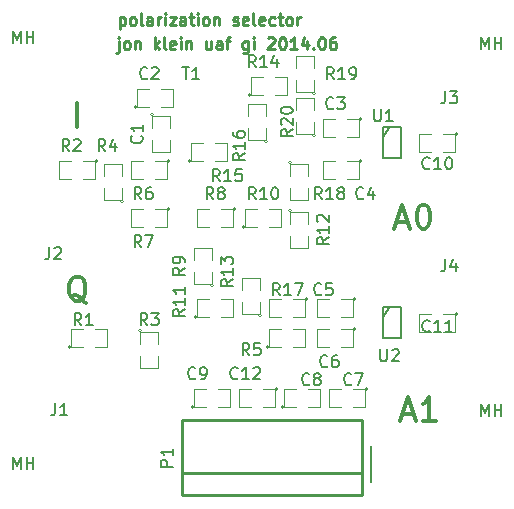
<source format=gto>
%FSLAX34Y34*%
G04 Gerber Fmt 3.4, Leading zero omitted, Abs format*
G04 (created by PCBNEW (2014-03-19 BZR 4756)-product) date Mon Jun 30 13:49:00 2014*
%MOIN*%
G01*
G70*
G90*
G04 APERTURE LIST*
%ADD10C,0.005906*%
%ADD11C,0.007874*%
%ADD12C,0.009843*%
%ADD13C,0.011811*%
%ADD14C,0.003900*%
%ADD15C,0.010000*%
%ADD16C,0.005000*%
G04 APERTURE END LIST*
G54D10*
G54D11*
X63800Y-46600D02*
X63800Y-47800D01*
G54D12*
X55409Y-32315D02*
X55409Y-32709D01*
X55409Y-32334D02*
X55447Y-32315D01*
X55522Y-32315D01*
X55559Y-32334D01*
X55578Y-32353D01*
X55597Y-32390D01*
X55597Y-32503D01*
X55578Y-32540D01*
X55559Y-32559D01*
X55522Y-32578D01*
X55447Y-32578D01*
X55409Y-32559D01*
X55822Y-32578D02*
X55784Y-32559D01*
X55765Y-32540D01*
X55747Y-32503D01*
X55747Y-32390D01*
X55765Y-32353D01*
X55784Y-32334D01*
X55822Y-32315D01*
X55878Y-32315D01*
X55915Y-32334D01*
X55934Y-32353D01*
X55953Y-32390D01*
X55953Y-32503D01*
X55934Y-32540D01*
X55915Y-32559D01*
X55878Y-32578D01*
X55822Y-32578D01*
X56178Y-32578D02*
X56140Y-32559D01*
X56122Y-32521D01*
X56122Y-32184D01*
X56497Y-32578D02*
X56497Y-32371D01*
X56478Y-32334D01*
X56440Y-32315D01*
X56365Y-32315D01*
X56328Y-32334D01*
X56497Y-32559D02*
X56459Y-32578D01*
X56365Y-32578D01*
X56328Y-32559D01*
X56309Y-32521D01*
X56309Y-32484D01*
X56328Y-32446D01*
X56365Y-32428D01*
X56459Y-32428D01*
X56497Y-32409D01*
X56684Y-32578D02*
X56684Y-32315D01*
X56684Y-32390D02*
X56703Y-32353D01*
X56722Y-32334D01*
X56759Y-32315D01*
X56797Y-32315D01*
X56928Y-32578D02*
X56928Y-32315D01*
X56928Y-32184D02*
X56909Y-32203D01*
X56928Y-32221D01*
X56947Y-32203D01*
X56928Y-32184D01*
X56928Y-32221D01*
X57078Y-32315D02*
X57284Y-32315D01*
X57078Y-32578D01*
X57284Y-32578D01*
X57603Y-32578D02*
X57603Y-32371D01*
X57584Y-32334D01*
X57546Y-32315D01*
X57471Y-32315D01*
X57434Y-32334D01*
X57603Y-32559D02*
X57565Y-32578D01*
X57471Y-32578D01*
X57434Y-32559D01*
X57415Y-32521D01*
X57415Y-32484D01*
X57434Y-32446D01*
X57471Y-32428D01*
X57565Y-32428D01*
X57603Y-32409D01*
X57734Y-32315D02*
X57884Y-32315D01*
X57790Y-32184D02*
X57790Y-32521D01*
X57809Y-32559D01*
X57846Y-32578D01*
X57884Y-32578D01*
X58015Y-32578D02*
X58015Y-32315D01*
X58015Y-32184D02*
X57996Y-32203D01*
X58015Y-32221D01*
X58034Y-32203D01*
X58015Y-32184D01*
X58015Y-32221D01*
X58259Y-32578D02*
X58221Y-32559D01*
X58203Y-32540D01*
X58184Y-32503D01*
X58184Y-32390D01*
X58203Y-32353D01*
X58221Y-32334D01*
X58259Y-32315D01*
X58315Y-32315D01*
X58353Y-32334D01*
X58371Y-32353D01*
X58390Y-32390D01*
X58390Y-32503D01*
X58371Y-32540D01*
X58353Y-32559D01*
X58315Y-32578D01*
X58259Y-32578D01*
X58559Y-32315D02*
X58559Y-32578D01*
X58559Y-32353D02*
X58578Y-32334D01*
X58615Y-32315D01*
X58671Y-32315D01*
X58709Y-32334D01*
X58728Y-32371D01*
X58728Y-32578D01*
X59196Y-32559D02*
X59234Y-32578D01*
X59309Y-32578D01*
X59346Y-32559D01*
X59365Y-32521D01*
X59365Y-32503D01*
X59346Y-32465D01*
X59309Y-32446D01*
X59253Y-32446D01*
X59215Y-32428D01*
X59196Y-32390D01*
X59196Y-32371D01*
X59215Y-32334D01*
X59253Y-32315D01*
X59309Y-32315D01*
X59346Y-32334D01*
X59684Y-32559D02*
X59646Y-32578D01*
X59571Y-32578D01*
X59534Y-32559D01*
X59515Y-32521D01*
X59515Y-32371D01*
X59534Y-32334D01*
X59571Y-32315D01*
X59646Y-32315D01*
X59684Y-32334D01*
X59702Y-32371D01*
X59702Y-32409D01*
X59515Y-32446D01*
X59927Y-32578D02*
X59890Y-32559D01*
X59871Y-32521D01*
X59871Y-32184D01*
X60227Y-32559D02*
X60190Y-32578D01*
X60115Y-32578D01*
X60077Y-32559D01*
X60059Y-32521D01*
X60059Y-32371D01*
X60077Y-32334D01*
X60115Y-32315D01*
X60190Y-32315D01*
X60227Y-32334D01*
X60246Y-32371D01*
X60246Y-32409D01*
X60059Y-32446D01*
X60584Y-32559D02*
X60546Y-32578D01*
X60471Y-32578D01*
X60434Y-32559D01*
X60415Y-32540D01*
X60396Y-32503D01*
X60396Y-32390D01*
X60415Y-32353D01*
X60434Y-32334D01*
X60471Y-32315D01*
X60546Y-32315D01*
X60584Y-32334D01*
X60696Y-32315D02*
X60846Y-32315D01*
X60752Y-32184D02*
X60752Y-32521D01*
X60771Y-32559D01*
X60809Y-32578D01*
X60846Y-32578D01*
X61034Y-32578D02*
X60996Y-32559D01*
X60977Y-32540D01*
X60959Y-32503D01*
X60959Y-32390D01*
X60977Y-32353D01*
X60996Y-32334D01*
X61034Y-32315D01*
X61090Y-32315D01*
X61127Y-32334D01*
X61146Y-32353D01*
X61165Y-32390D01*
X61165Y-32503D01*
X61146Y-32540D01*
X61127Y-32559D01*
X61090Y-32578D01*
X61034Y-32578D01*
X61334Y-32578D02*
X61334Y-32315D01*
X61334Y-32390D02*
X61352Y-32353D01*
X61371Y-32334D01*
X61408Y-32315D01*
X61446Y-32315D01*
X55381Y-33115D02*
X55381Y-33453D01*
X55362Y-33490D01*
X55325Y-33509D01*
X55306Y-33509D01*
X55381Y-32984D02*
X55362Y-33003D01*
X55381Y-33021D01*
X55400Y-33003D01*
X55381Y-32984D01*
X55381Y-33021D01*
X55625Y-33378D02*
X55587Y-33359D01*
X55569Y-33340D01*
X55550Y-33303D01*
X55550Y-33190D01*
X55569Y-33153D01*
X55587Y-33134D01*
X55625Y-33115D01*
X55681Y-33115D01*
X55719Y-33134D01*
X55737Y-33153D01*
X55756Y-33190D01*
X55756Y-33303D01*
X55737Y-33340D01*
X55719Y-33359D01*
X55681Y-33378D01*
X55625Y-33378D01*
X55925Y-33115D02*
X55925Y-33378D01*
X55925Y-33153D02*
X55944Y-33134D01*
X55981Y-33115D01*
X56037Y-33115D01*
X56075Y-33134D01*
X56094Y-33171D01*
X56094Y-33378D01*
X56581Y-33378D02*
X56581Y-32984D01*
X56619Y-33228D02*
X56731Y-33378D01*
X56731Y-33115D02*
X56581Y-33265D01*
X56956Y-33378D02*
X56919Y-33359D01*
X56900Y-33321D01*
X56900Y-32984D01*
X57256Y-33359D02*
X57218Y-33378D01*
X57143Y-33378D01*
X57106Y-33359D01*
X57087Y-33321D01*
X57087Y-33171D01*
X57106Y-33134D01*
X57143Y-33115D01*
X57218Y-33115D01*
X57256Y-33134D01*
X57275Y-33171D01*
X57275Y-33209D01*
X57087Y-33246D01*
X57443Y-33378D02*
X57443Y-33115D01*
X57443Y-32984D02*
X57425Y-33003D01*
X57443Y-33021D01*
X57462Y-33003D01*
X57443Y-32984D01*
X57443Y-33021D01*
X57631Y-33115D02*
X57631Y-33378D01*
X57631Y-33153D02*
X57650Y-33134D01*
X57687Y-33115D01*
X57743Y-33115D01*
X57781Y-33134D01*
X57800Y-33171D01*
X57800Y-33378D01*
X58456Y-33115D02*
X58456Y-33378D01*
X58287Y-33115D02*
X58287Y-33321D01*
X58306Y-33359D01*
X58343Y-33378D01*
X58400Y-33378D01*
X58437Y-33359D01*
X58456Y-33340D01*
X58812Y-33378D02*
X58812Y-33171D01*
X58793Y-33134D01*
X58756Y-33115D01*
X58681Y-33115D01*
X58643Y-33134D01*
X58812Y-33359D02*
X58775Y-33378D01*
X58681Y-33378D01*
X58643Y-33359D01*
X58625Y-33321D01*
X58625Y-33284D01*
X58643Y-33246D01*
X58681Y-33228D01*
X58775Y-33228D01*
X58812Y-33209D01*
X58943Y-33115D02*
X59093Y-33115D01*
X59000Y-33378D02*
X59000Y-33040D01*
X59018Y-33003D01*
X59056Y-32984D01*
X59093Y-32984D01*
X59693Y-33115D02*
X59693Y-33434D01*
X59674Y-33471D01*
X59656Y-33490D01*
X59618Y-33509D01*
X59562Y-33509D01*
X59524Y-33490D01*
X59693Y-33359D02*
X59656Y-33378D01*
X59581Y-33378D01*
X59543Y-33359D01*
X59524Y-33340D01*
X59506Y-33303D01*
X59506Y-33190D01*
X59524Y-33153D01*
X59543Y-33134D01*
X59581Y-33115D01*
X59656Y-33115D01*
X59693Y-33134D01*
X59881Y-33378D02*
X59881Y-33115D01*
X59881Y-32984D02*
X59862Y-33003D01*
X59881Y-33021D01*
X59899Y-33003D01*
X59881Y-32984D01*
X59881Y-33021D01*
X60349Y-33021D02*
X60368Y-33003D01*
X60406Y-32984D01*
X60499Y-32984D01*
X60537Y-33003D01*
X60556Y-33021D01*
X60574Y-33059D01*
X60574Y-33096D01*
X60556Y-33153D01*
X60331Y-33378D01*
X60574Y-33378D01*
X60818Y-32984D02*
X60856Y-32984D01*
X60893Y-33003D01*
X60912Y-33021D01*
X60931Y-33059D01*
X60949Y-33134D01*
X60949Y-33228D01*
X60931Y-33303D01*
X60912Y-33340D01*
X60893Y-33359D01*
X60856Y-33378D01*
X60818Y-33378D01*
X60781Y-33359D01*
X60762Y-33340D01*
X60743Y-33303D01*
X60724Y-33228D01*
X60724Y-33134D01*
X60743Y-33059D01*
X60762Y-33021D01*
X60781Y-33003D01*
X60818Y-32984D01*
X61324Y-33378D02*
X61099Y-33378D01*
X61212Y-33378D02*
X61212Y-32984D01*
X61174Y-33040D01*
X61137Y-33078D01*
X61099Y-33096D01*
X61662Y-33115D02*
X61662Y-33378D01*
X61568Y-32965D02*
X61474Y-33246D01*
X61718Y-33246D01*
X61868Y-33340D02*
X61887Y-33359D01*
X61868Y-33378D01*
X61849Y-33359D01*
X61868Y-33340D01*
X61868Y-33378D01*
X62130Y-32984D02*
X62168Y-32984D01*
X62205Y-33003D01*
X62224Y-33021D01*
X62243Y-33059D01*
X62262Y-33134D01*
X62262Y-33228D01*
X62243Y-33303D01*
X62224Y-33340D01*
X62205Y-33359D01*
X62168Y-33378D01*
X62130Y-33378D01*
X62093Y-33359D01*
X62074Y-33340D01*
X62055Y-33303D01*
X62037Y-33228D01*
X62037Y-33134D01*
X62055Y-33059D01*
X62074Y-33021D01*
X62093Y-33003D01*
X62130Y-32984D01*
X62599Y-32984D02*
X62524Y-32984D01*
X62487Y-33003D01*
X62468Y-33021D01*
X62430Y-33078D01*
X62412Y-33153D01*
X62412Y-33303D01*
X62430Y-33340D01*
X62449Y-33359D01*
X62487Y-33378D01*
X62562Y-33378D01*
X62599Y-33359D01*
X62618Y-33340D01*
X62637Y-33303D01*
X62637Y-33209D01*
X62618Y-33171D01*
X62599Y-33153D01*
X62562Y-33134D01*
X62487Y-33134D01*
X62449Y-33153D01*
X62430Y-33171D01*
X62412Y-33209D01*
G54D13*
X64637Y-39131D02*
X65012Y-39131D01*
X64562Y-39356D02*
X64825Y-38568D01*
X65087Y-39356D01*
X65499Y-38568D02*
X65574Y-38568D01*
X65649Y-38606D01*
X65687Y-38643D01*
X65724Y-38718D01*
X65762Y-38868D01*
X65762Y-39056D01*
X65724Y-39206D01*
X65687Y-39281D01*
X65649Y-39318D01*
X65574Y-39356D01*
X65499Y-39356D01*
X65424Y-39318D01*
X65387Y-39281D01*
X65349Y-39206D01*
X65312Y-39056D01*
X65312Y-38868D01*
X65349Y-38718D01*
X65387Y-38643D01*
X65424Y-38606D01*
X65499Y-38568D01*
X64837Y-45531D02*
X65212Y-45531D01*
X64762Y-45756D02*
X65025Y-44968D01*
X65287Y-45756D01*
X65962Y-45756D02*
X65512Y-45756D01*
X65737Y-45756D02*
X65737Y-44968D01*
X65662Y-45081D01*
X65587Y-45156D01*
X65512Y-45193D01*
X54299Y-41831D02*
X54224Y-41793D01*
X54149Y-41718D01*
X54037Y-41606D01*
X53962Y-41568D01*
X53887Y-41568D01*
X53925Y-41756D02*
X53850Y-41718D01*
X53775Y-41643D01*
X53737Y-41493D01*
X53737Y-41231D01*
X53775Y-41081D01*
X53850Y-41006D01*
X53925Y-40968D01*
X54074Y-40968D01*
X54149Y-41006D01*
X54224Y-41081D01*
X54262Y-41231D01*
X54262Y-41493D01*
X54224Y-41643D01*
X54149Y-41718D01*
X54074Y-41756D01*
X53925Y-41756D01*
X54000Y-35956D02*
X54000Y-35168D01*
G54D14*
X56550Y-35550D02*
G75*
G03X56550Y-35550I-50J0D01*
G74*
G01*
X56500Y-36000D02*
X56500Y-35600D01*
X56500Y-35600D02*
X57100Y-35600D01*
X57100Y-35600D02*
X57100Y-36000D01*
X57100Y-36400D02*
X57100Y-36800D01*
X57100Y-36800D02*
X56500Y-36800D01*
X56500Y-36800D02*
X56500Y-36400D01*
X56000Y-35300D02*
G75*
G03X56000Y-35300I-50J0D01*
G74*
G01*
X56400Y-35300D02*
X56000Y-35300D01*
X56000Y-35300D02*
X56000Y-34700D01*
X56000Y-34700D02*
X56400Y-34700D01*
X56800Y-34700D02*
X57200Y-34700D01*
X57200Y-34700D02*
X57200Y-35300D01*
X57200Y-35300D02*
X56800Y-35300D01*
X63500Y-35700D02*
G75*
G03X63500Y-35700I-50J0D01*
G74*
G01*
X63000Y-35700D02*
X63400Y-35700D01*
X63400Y-35700D02*
X63400Y-36300D01*
X63400Y-36300D02*
X63000Y-36300D01*
X62600Y-36300D02*
X62200Y-36300D01*
X62200Y-36300D02*
X62200Y-35700D01*
X62200Y-35700D02*
X62600Y-35700D01*
X63500Y-37100D02*
G75*
G03X63500Y-37100I-50J0D01*
G74*
G01*
X63000Y-37100D02*
X63400Y-37100D01*
X63400Y-37100D02*
X63400Y-37700D01*
X63400Y-37700D02*
X63000Y-37700D01*
X62600Y-37700D02*
X62200Y-37700D01*
X62200Y-37700D02*
X62200Y-37100D01*
X62200Y-37100D02*
X62600Y-37100D01*
X63300Y-41700D02*
G75*
G03X63300Y-41700I-50J0D01*
G74*
G01*
X62800Y-41700D02*
X63200Y-41700D01*
X63200Y-41700D02*
X63200Y-42300D01*
X63200Y-42300D02*
X62800Y-42300D01*
X62400Y-42300D02*
X62000Y-42300D01*
X62000Y-42300D02*
X62000Y-41700D01*
X62000Y-41700D02*
X62400Y-41700D01*
X63300Y-42700D02*
G75*
G03X63300Y-42700I-50J0D01*
G74*
G01*
X62800Y-42700D02*
X63200Y-42700D01*
X63200Y-42700D02*
X63200Y-43300D01*
X63200Y-43300D02*
X62800Y-43300D01*
X62400Y-43300D02*
X62000Y-43300D01*
X62000Y-43300D02*
X62000Y-42700D01*
X62000Y-42700D02*
X62400Y-42700D01*
X63700Y-44700D02*
G75*
G03X63700Y-44700I-50J0D01*
G74*
G01*
X63200Y-44700D02*
X63600Y-44700D01*
X63600Y-44700D02*
X63600Y-45300D01*
X63600Y-45300D02*
X63200Y-45300D01*
X62800Y-45300D02*
X62400Y-45300D01*
X62400Y-45300D02*
X62400Y-44700D01*
X62400Y-44700D02*
X62800Y-44700D01*
X60900Y-45300D02*
G75*
G03X60900Y-45300I-50J0D01*
G74*
G01*
X61300Y-45300D02*
X60900Y-45300D01*
X60900Y-45300D02*
X60900Y-44700D01*
X60900Y-44700D02*
X61300Y-44700D01*
X61700Y-44700D02*
X62100Y-44700D01*
X62100Y-44700D02*
X62100Y-45300D01*
X62100Y-45300D02*
X61700Y-45300D01*
X57900Y-45300D02*
G75*
G03X57900Y-45300I-50J0D01*
G74*
G01*
X58300Y-45300D02*
X57900Y-45300D01*
X57900Y-45300D02*
X57900Y-44700D01*
X57900Y-44700D02*
X58300Y-44700D01*
X58700Y-44700D02*
X59100Y-44700D01*
X59100Y-44700D02*
X59100Y-45300D01*
X59100Y-45300D02*
X58700Y-45300D01*
X66700Y-36200D02*
G75*
G03X66700Y-36200I-50J0D01*
G74*
G01*
X66200Y-36200D02*
X66600Y-36200D01*
X66600Y-36200D02*
X66600Y-36800D01*
X66600Y-36800D02*
X66200Y-36800D01*
X65800Y-36800D02*
X65400Y-36800D01*
X65400Y-36800D02*
X65400Y-36200D01*
X65400Y-36200D02*
X65800Y-36200D01*
X66700Y-42200D02*
G75*
G03X66700Y-42200I-50J0D01*
G74*
G01*
X66200Y-42200D02*
X66600Y-42200D01*
X66600Y-42200D02*
X66600Y-42800D01*
X66600Y-42800D02*
X66200Y-42800D01*
X65800Y-42800D02*
X65400Y-42800D01*
X65400Y-42800D02*
X65400Y-42200D01*
X65400Y-42200D02*
X65800Y-42200D01*
X60700Y-44700D02*
G75*
G03X60700Y-44700I-50J0D01*
G74*
G01*
X60200Y-44700D02*
X60600Y-44700D01*
X60600Y-44700D02*
X60600Y-45300D01*
X60600Y-45300D02*
X60200Y-45300D01*
X59800Y-45300D02*
X59400Y-45300D01*
X59400Y-45300D02*
X59400Y-44700D01*
X59400Y-44700D02*
X59800Y-44700D01*
G54D15*
X60500Y-45750D02*
X57500Y-45750D01*
X60500Y-47500D02*
X57500Y-47500D01*
X60500Y-48250D02*
X57500Y-48250D01*
X63500Y-48250D02*
X63500Y-45750D01*
X57500Y-48250D02*
X57500Y-45750D01*
X60500Y-47500D02*
X63500Y-47500D01*
X63500Y-48250D02*
X60500Y-48250D01*
X60500Y-45750D02*
X63500Y-45750D01*
G54D14*
X53800Y-43300D02*
G75*
G03X53800Y-43300I-50J0D01*
G74*
G01*
X54200Y-43300D02*
X53800Y-43300D01*
X53800Y-43300D02*
X53800Y-42700D01*
X53800Y-42700D02*
X54200Y-42700D01*
X54600Y-42700D02*
X55000Y-42700D01*
X55000Y-42700D02*
X55000Y-43300D01*
X55000Y-43300D02*
X54600Y-43300D01*
X54700Y-37100D02*
G75*
G03X54700Y-37100I-50J0D01*
G74*
G01*
X54200Y-37100D02*
X54600Y-37100D01*
X54600Y-37100D02*
X54600Y-37700D01*
X54600Y-37700D02*
X54200Y-37700D01*
X53800Y-37700D02*
X53400Y-37700D01*
X53400Y-37700D02*
X53400Y-37100D01*
X53400Y-37100D02*
X53800Y-37100D01*
X56150Y-42750D02*
G75*
G03X56150Y-42750I-50J0D01*
G74*
G01*
X56100Y-43200D02*
X56100Y-42800D01*
X56100Y-42800D02*
X56700Y-42800D01*
X56700Y-42800D02*
X56700Y-43200D01*
X56700Y-43600D02*
X56700Y-44000D01*
X56700Y-44000D02*
X56100Y-44000D01*
X56100Y-44000D02*
X56100Y-43600D01*
X55550Y-38450D02*
G75*
G03X55550Y-38450I-50J0D01*
G74*
G01*
X55500Y-38000D02*
X55500Y-38400D01*
X55500Y-38400D02*
X54900Y-38400D01*
X54900Y-38400D02*
X54900Y-38000D01*
X54900Y-37600D02*
X54900Y-37200D01*
X54900Y-37200D02*
X55500Y-37200D01*
X55500Y-37200D02*
X55500Y-37600D01*
X60400Y-43300D02*
G75*
G03X60400Y-43300I-50J0D01*
G74*
G01*
X60800Y-43300D02*
X60400Y-43300D01*
X60400Y-43300D02*
X60400Y-42700D01*
X60400Y-42700D02*
X60800Y-42700D01*
X61200Y-42700D02*
X61600Y-42700D01*
X61600Y-42700D02*
X61600Y-43300D01*
X61600Y-43300D02*
X61200Y-43300D01*
X57100Y-37100D02*
G75*
G03X57100Y-37100I-50J0D01*
G74*
G01*
X56600Y-37100D02*
X57000Y-37100D01*
X57000Y-37100D02*
X57000Y-37700D01*
X57000Y-37700D02*
X56600Y-37700D01*
X56200Y-37700D02*
X55800Y-37700D01*
X55800Y-37700D02*
X55800Y-37100D01*
X55800Y-37100D02*
X56200Y-37100D01*
X57100Y-38700D02*
G75*
G03X57100Y-38700I-50J0D01*
G74*
G01*
X56600Y-38700D02*
X57000Y-38700D01*
X57000Y-38700D02*
X57000Y-39300D01*
X57000Y-39300D02*
X56600Y-39300D01*
X56200Y-39300D02*
X55800Y-39300D01*
X55800Y-39300D02*
X55800Y-38700D01*
X55800Y-38700D02*
X56200Y-38700D01*
X59300Y-38700D02*
G75*
G03X59300Y-38700I-50J0D01*
G74*
G01*
X58800Y-38700D02*
X59200Y-38700D01*
X59200Y-38700D02*
X59200Y-39300D01*
X59200Y-39300D02*
X58800Y-39300D01*
X58400Y-39300D02*
X58000Y-39300D01*
X58000Y-39300D02*
X58000Y-38700D01*
X58000Y-38700D02*
X58400Y-38700D01*
X58550Y-41250D02*
G75*
G03X58550Y-41250I-50J0D01*
G74*
G01*
X58500Y-40800D02*
X58500Y-41200D01*
X58500Y-41200D02*
X57900Y-41200D01*
X57900Y-41200D02*
X57900Y-40800D01*
X57900Y-40400D02*
X57900Y-40000D01*
X57900Y-40000D02*
X58500Y-40000D01*
X58500Y-40000D02*
X58500Y-40400D01*
X59600Y-39300D02*
G75*
G03X59600Y-39300I-50J0D01*
G74*
G01*
X60000Y-39300D02*
X59600Y-39300D01*
X59600Y-39300D02*
X59600Y-38700D01*
X59600Y-38700D02*
X60000Y-38700D01*
X60400Y-38700D02*
X60800Y-38700D01*
X60800Y-38700D02*
X60800Y-39300D01*
X60800Y-39300D02*
X60400Y-39300D01*
X58000Y-42300D02*
G75*
G03X58000Y-42300I-50J0D01*
G74*
G01*
X58400Y-42300D02*
X58000Y-42300D01*
X58000Y-42300D02*
X58000Y-41700D01*
X58000Y-41700D02*
X58400Y-41700D01*
X58800Y-41700D02*
X59200Y-41700D01*
X59200Y-41700D02*
X59200Y-42300D01*
X59200Y-42300D02*
X58800Y-42300D01*
X61150Y-38750D02*
G75*
G03X61150Y-38750I-50J0D01*
G74*
G01*
X61100Y-39200D02*
X61100Y-38800D01*
X61100Y-38800D02*
X61700Y-38800D01*
X61700Y-38800D02*
X61700Y-39200D01*
X61700Y-39600D02*
X61700Y-40000D01*
X61700Y-40000D02*
X61100Y-40000D01*
X61100Y-40000D02*
X61100Y-39600D01*
X60150Y-42250D02*
G75*
G03X60150Y-42250I-50J0D01*
G74*
G01*
X60100Y-41800D02*
X60100Y-42200D01*
X60100Y-42200D02*
X59500Y-42200D01*
X59500Y-42200D02*
X59500Y-41800D01*
X59500Y-41400D02*
X59500Y-41000D01*
X59500Y-41000D02*
X60100Y-41000D01*
X60100Y-41000D02*
X60100Y-41400D01*
X59800Y-34900D02*
G75*
G03X59800Y-34900I-50J0D01*
G74*
G01*
X60200Y-34900D02*
X59800Y-34900D01*
X59800Y-34900D02*
X59800Y-34300D01*
X59800Y-34300D02*
X60200Y-34300D01*
X60600Y-34300D02*
X61000Y-34300D01*
X61000Y-34300D02*
X61000Y-34900D01*
X61000Y-34900D02*
X60600Y-34900D01*
X57800Y-37100D02*
G75*
G03X57800Y-37100I-50J0D01*
G74*
G01*
X58200Y-37100D02*
X57800Y-37100D01*
X57800Y-37100D02*
X57800Y-36500D01*
X57800Y-36500D02*
X58200Y-36500D01*
X58600Y-36500D02*
X59000Y-36500D01*
X59000Y-36500D02*
X59000Y-37100D01*
X59000Y-37100D02*
X58600Y-37100D01*
X60350Y-36450D02*
G75*
G03X60350Y-36450I-50J0D01*
G74*
G01*
X60300Y-36000D02*
X60300Y-36400D01*
X60300Y-36400D02*
X59700Y-36400D01*
X59700Y-36400D02*
X59700Y-36000D01*
X59700Y-35600D02*
X59700Y-35200D01*
X59700Y-35200D02*
X60300Y-35200D01*
X60300Y-35200D02*
X60300Y-35600D01*
X61700Y-41700D02*
G75*
G03X61700Y-41700I-50J0D01*
G74*
G01*
X61200Y-41700D02*
X61600Y-41700D01*
X61600Y-41700D02*
X61600Y-42300D01*
X61600Y-42300D02*
X61200Y-42300D01*
X60800Y-42300D02*
X60400Y-42300D01*
X60400Y-42300D02*
X60400Y-41700D01*
X60400Y-41700D02*
X60800Y-41700D01*
X61150Y-37150D02*
G75*
G03X61150Y-37150I-50J0D01*
G74*
G01*
X61100Y-37600D02*
X61100Y-37200D01*
X61100Y-37200D02*
X61700Y-37200D01*
X61700Y-37200D02*
X61700Y-37600D01*
X61700Y-38000D02*
X61700Y-38400D01*
X61700Y-38400D02*
X61100Y-38400D01*
X61100Y-38400D02*
X61100Y-38000D01*
X61950Y-34850D02*
G75*
G03X61950Y-34850I-50J0D01*
G74*
G01*
X61900Y-34400D02*
X61900Y-34800D01*
X61900Y-34800D02*
X61300Y-34800D01*
X61300Y-34800D02*
X61300Y-34400D01*
X61300Y-34000D02*
X61300Y-33600D01*
X61300Y-33600D02*
X61900Y-33600D01*
X61900Y-33600D02*
X61900Y-34000D01*
X61950Y-36250D02*
G75*
G03X61950Y-36250I-50J0D01*
G74*
G01*
X61900Y-35800D02*
X61900Y-36200D01*
X61900Y-36200D02*
X61300Y-36200D01*
X61300Y-36200D02*
X61300Y-35800D01*
X61300Y-35400D02*
X61300Y-35000D01*
X61300Y-35000D02*
X61900Y-35000D01*
X61900Y-35000D02*
X61900Y-35400D01*
G54D16*
X64200Y-36300D02*
X64400Y-36000D01*
X64200Y-37000D02*
X64200Y-35975D01*
X64200Y-35975D02*
X64800Y-35975D01*
X64800Y-35975D02*
X64800Y-37000D01*
X64800Y-37000D02*
X64200Y-37000D01*
X64200Y-42300D02*
X64400Y-42000D01*
X64200Y-43000D02*
X64200Y-41975D01*
X64200Y-41975D02*
X64800Y-41975D01*
X64800Y-41975D02*
X64800Y-43000D01*
X64800Y-43000D02*
X64200Y-43000D01*
G54D10*
X56140Y-36265D02*
X56159Y-36284D01*
X56178Y-36340D01*
X56178Y-36378D01*
X56159Y-36434D01*
X56121Y-36471D01*
X56084Y-36490D01*
X56009Y-36509D01*
X55953Y-36509D01*
X55878Y-36490D01*
X55840Y-36471D01*
X55803Y-36434D01*
X55784Y-36378D01*
X55784Y-36340D01*
X55803Y-36284D01*
X55821Y-36265D01*
X56178Y-35890D02*
X56178Y-36115D01*
X56178Y-36003D02*
X55784Y-36003D01*
X55840Y-36040D01*
X55878Y-36078D01*
X55896Y-36115D01*
X56334Y-34340D02*
X56315Y-34359D01*
X56259Y-34378D01*
X56221Y-34378D01*
X56165Y-34359D01*
X56128Y-34321D01*
X56109Y-34284D01*
X56090Y-34209D01*
X56090Y-34153D01*
X56109Y-34078D01*
X56128Y-34040D01*
X56165Y-34003D01*
X56221Y-33984D01*
X56259Y-33984D01*
X56315Y-34003D01*
X56334Y-34021D01*
X56484Y-34021D02*
X56503Y-34003D01*
X56540Y-33984D01*
X56634Y-33984D01*
X56671Y-34003D01*
X56690Y-34021D01*
X56709Y-34059D01*
X56709Y-34096D01*
X56690Y-34153D01*
X56465Y-34378D01*
X56709Y-34378D01*
X62534Y-35340D02*
X62515Y-35359D01*
X62459Y-35378D01*
X62421Y-35378D01*
X62365Y-35359D01*
X62328Y-35321D01*
X62309Y-35284D01*
X62290Y-35209D01*
X62290Y-35153D01*
X62309Y-35078D01*
X62328Y-35040D01*
X62365Y-35003D01*
X62421Y-34984D01*
X62459Y-34984D01*
X62515Y-35003D01*
X62534Y-35021D01*
X62665Y-34984D02*
X62909Y-34984D01*
X62778Y-35134D01*
X62834Y-35134D01*
X62871Y-35153D01*
X62890Y-35171D01*
X62909Y-35209D01*
X62909Y-35303D01*
X62890Y-35340D01*
X62871Y-35359D01*
X62834Y-35378D01*
X62721Y-35378D01*
X62684Y-35359D01*
X62665Y-35340D01*
X63534Y-38340D02*
X63515Y-38359D01*
X63459Y-38378D01*
X63421Y-38378D01*
X63365Y-38359D01*
X63328Y-38321D01*
X63309Y-38284D01*
X63290Y-38209D01*
X63290Y-38153D01*
X63309Y-38078D01*
X63328Y-38040D01*
X63365Y-38003D01*
X63421Y-37984D01*
X63459Y-37984D01*
X63515Y-38003D01*
X63534Y-38021D01*
X63871Y-38115D02*
X63871Y-38378D01*
X63778Y-37965D02*
X63684Y-38246D01*
X63928Y-38246D01*
X62134Y-41540D02*
X62115Y-41559D01*
X62059Y-41578D01*
X62021Y-41578D01*
X61965Y-41559D01*
X61928Y-41521D01*
X61909Y-41484D01*
X61890Y-41409D01*
X61890Y-41353D01*
X61909Y-41278D01*
X61928Y-41240D01*
X61965Y-41203D01*
X62021Y-41184D01*
X62059Y-41184D01*
X62115Y-41203D01*
X62134Y-41221D01*
X62490Y-41184D02*
X62303Y-41184D01*
X62284Y-41371D01*
X62303Y-41353D01*
X62340Y-41334D01*
X62434Y-41334D01*
X62471Y-41353D01*
X62490Y-41371D01*
X62509Y-41409D01*
X62509Y-41503D01*
X62490Y-41540D01*
X62471Y-41559D01*
X62434Y-41578D01*
X62340Y-41578D01*
X62303Y-41559D01*
X62284Y-41540D01*
X62334Y-43940D02*
X62315Y-43959D01*
X62259Y-43978D01*
X62221Y-43978D01*
X62165Y-43959D01*
X62128Y-43921D01*
X62109Y-43884D01*
X62090Y-43809D01*
X62090Y-43753D01*
X62109Y-43678D01*
X62128Y-43640D01*
X62165Y-43603D01*
X62221Y-43584D01*
X62259Y-43584D01*
X62315Y-43603D01*
X62334Y-43621D01*
X62671Y-43584D02*
X62596Y-43584D01*
X62559Y-43603D01*
X62540Y-43621D01*
X62503Y-43678D01*
X62484Y-43753D01*
X62484Y-43903D01*
X62503Y-43940D01*
X62521Y-43959D01*
X62559Y-43978D01*
X62634Y-43978D01*
X62671Y-43959D01*
X62690Y-43940D01*
X62709Y-43903D01*
X62709Y-43809D01*
X62690Y-43771D01*
X62671Y-43753D01*
X62634Y-43734D01*
X62559Y-43734D01*
X62521Y-43753D01*
X62503Y-43771D01*
X62484Y-43809D01*
X63134Y-44540D02*
X63115Y-44559D01*
X63059Y-44578D01*
X63021Y-44578D01*
X62965Y-44559D01*
X62928Y-44521D01*
X62909Y-44484D01*
X62890Y-44409D01*
X62890Y-44353D01*
X62909Y-44278D01*
X62928Y-44240D01*
X62965Y-44203D01*
X63021Y-44184D01*
X63059Y-44184D01*
X63115Y-44203D01*
X63134Y-44221D01*
X63265Y-44184D02*
X63528Y-44184D01*
X63359Y-44578D01*
X61734Y-44540D02*
X61715Y-44559D01*
X61659Y-44578D01*
X61621Y-44578D01*
X61565Y-44559D01*
X61528Y-44521D01*
X61509Y-44484D01*
X61490Y-44409D01*
X61490Y-44353D01*
X61509Y-44278D01*
X61528Y-44240D01*
X61565Y-44203D01*
X61621Y-44184D01*
X61659Y-44184D01*
X61715Y-44203D01*
X61734Y-44221D01*
X61959Y-44353D02*
X61921Y-44334D01*
X61903Y-44315D01*
X61884Y-44278D01*
X61884Y-44259D01*
X61903Y-44221D01*
X61921Y-44203D01*
X61959Y-44184D01*
X62034Y-44184D01*
X62071Y-44203D01*
X62090Y-44221D01*
X62109Y-44259D01*
X62109Y-44278D01*
X62090Y-44315D01*
X62071Y-44334D01*
X62034Y-44353D01*
X61959Y-44353D01*
X61921Y-44371D01*
X61903Y-44390D01*
X61884Y-44428D01*
X61884Y-44503D01*
X61903Y-44540D01*
X61921Y-44559D01*
X61959Y-44578D01*
X62034Y-44578D01*
X62071Y-44559D01*
X62090Y-44540D01*
X62109Y-44503D01*
X62109Y-44428D01*
X62090Y-44390D01*
X62071Y-44371D01*
X62034Y-44353D01*
X57934Y-44340D02*
X57915Y-44359D01*
X57859Y-44378D01*
X57821Y-44378D01*
X57765Y-44359D01*
X57728Y-44321D01*
X57709Y-44284D01*
X57690Y-44209D01*
X57690Y-44153D01*
X57709Y-44078D01*
X57728Y-44040D01*
X57765Y-44003D01*
X57821Y-43984D01*
X57859Y-43984D01*
X57915Y-44003D01*
X57934Y-44021D01*
X58121Y-44378D02*
X58196Y-44378D01*
X58234Y-44359D01*
X58253Y-44340D01*
X58290Y-44284D01*
X58309Y-44209D01*
X58309Y-44059D01*
X58290Y-44021D01*
X58271Y-44003D01*
X58234Y-43984D01*
X58159Y-43984D01*
X58121Y-44003D01*
X58103Y-44021D01*
X58084Y-44059D01*
X58084Y-44153D01*
X58103Y-44190D01*
X58121Y-44209D01*
X58159Y-44228D01*
X58234Y-44228D01*
X58271Y-44209D01*
X58290Y-44190D01*
X58309Y-44153D01*
X65746Y-37340D02*
X65728Y-37359D01*
X65671Y-37378D01*
X65634Y-37378D01*
X65578Y-37359D01*
X65540Y-37321D01*
X65521Y-37284D01*
X65503Y-37209D01*
X65503Y-37153D01*
X65521Y-37078D01*
X65540Y-37040D01*
X65578Y-37003D01*
X65634Y-36984D01*
X65671Y-36984D01*
X65728Y-37003D01*
X65746Y-37021D01*
X66121Y-37378D02*
X65896Y-37378D01*
X66009Y-37378D02*
X66009Y-36984D01*
X65971Y-37040D01*
X65934Y-37078D01*
X65896Y-37096D01*
X66365Y-36984D02*
X66403Y-36984D01*
X66440Y-37003D01*
X66459Y-37021D01*
X66478Y-37059D01*
X66496Y-37134D01*
X66496Y-37228D01*
X66478Y-37303D01*
X66459Y-37340D01*
X66440Y-37359D01*
X66403Y-37378D01*
X66365Y-37378D01*
X66328Y-37359D01*
X66309Y-37340D01*
X66290Y-37303D01*
X66271Y-37228D01*
X66271Y-37134D01*
X66290Y-37059D01*
X66309Y-37021D01*
X66328Y-37003D01*
X66365Y-36984D01*
X65746Y-42765D02*
X65728Y-42784D01*
X65671Y-42803D01*
X65634Y-42803D01*
X65578Y-42784D01*
X65540Y-42746D01*
X65521Y-42709D01*
X65503Y-42634D01*
X65503Y-42578D01*
X65521Y-42503D01*
X65540Y-42465D01*
X65578Y-42428D01*
X65634Y-42409D01*
X65671Y-42409D01*
X65728Y-42428D01*
X65746Y-42446D01*
X66121Y-42803D02*
X65896Y-42803D01*
X66009Y-42803D02*
X66009Y-42409D01*
X65971Y-42465D01*
X65934Y-42503D01*
X65896Y-42521D01*
X66496Y-42803D02*
X66271Y-42803D01*
X66384Y-42803D02*
X66384Y-42409D01*
X66346Y-42465D01*
X66309Y-42503D01*
X66271Y-42521D01*
X59346Y-44340D02*
X59328Y-44359D01*
X59271Y-44378D01*
X59234Y-44378D01*
X59178Y-44359D01*
X59140Y-44321D01*
X59121Y-44284D01*
X59103Y-44209D01*
X59103Y-44153D01*
X59121Y-44078D01*
X59140Y-44040D01*
X59178Y-44003D01*
X59234Y-43984D01*
X59271Y-43984D01*
X59328Y-44003D01*
X59346Y-44021D01*
X59721Y-44378D02*
X59496Y-44378D01*
X59609Y-44378D02*
X59609Y-43984D01*
X59571Y-44040D01*
X59534Y-44078D01*
X59496Y-44096D01*
X59871Y-44021D02*
X59890Y-44003D01*
X59928Y-43984D01*
X60021Y-43984D01*
X60059Y-44003D01*
X60078Y-44021D01*
X60096Y-44059D01*
X60096Y-44096D01*
X60078Y-44153D01*
X59853Y-44378D01*
X60096Y-44378D01*
X53268Y-45184D02*
X53268Y-45465D01*
X53250Y-45521D01*
X53212Y-45559D01*
X53156Y-45578D01*
X53118Y-45578D01*
X53662Y-45578D02*
X53437Y-45578D01*
X53549Y-45578D02*
X53549Y-45184D01*
X53512Y-45240D01*
X53474Y-45278D01*
X53437Y-45296D01*
X53068Y-39984D02*
X53068Y-40265D01*
X53050Y-40321D01*
X53012Y-40359D01*
X52956Y-40378D01*
X52918Y-40378D01*
X53237Y-40021D02*
X53256Y-40003D01*
X53293Y-39984D01*
X53387Y-39984D01*
X53424Y-40003D01*
X53443Y-40021D01*
X53462Y-40059D01*
X53462Y-40096D01*
X53443Y-40153D01*
X53218Y-40378D01*
X53462Y-40378D01*
X66268Y-34784D02*
X66268Y-35065D01*
X66250Y-35121D01*
X66212Y-35159D01*
X66156Y-35178D01*
X66118Y-35178D01*
X66418Y-34784D02*
X66662Y-34784D01*
X66531Y-34934D01*
X66587Y-34934D01*
X66624Y-34953D01*
X66643Y-34971D01*
X66662Y-35009D01*
X66662Y-35103D01*
X66643Y-35140D01*
X66624Y-35159D01*
X66587Y-35178D01*
X66474Y-35178D01*
X66437Y-35159D01*
X66418Y-35140D01*
X66268Y-40384D02*
X66268Y-40665D01*
X66250Y-40721D01*
X66212Y-40759D01*
X66156Y-40778D01*
X66118Y-40778D01*
X66624Y-40515D02*
X66624Y-40778D01*
X66531Y-40365D02*
X66437Y-40646D01*
X66681Y-40646D01*
X57178Y-47290D02*
X56784Y-47290D01*
X56784Y-47140D01*
X56803Y-47103D01*
X56821Y-47084D01*
X56859Y-47065D01*
X56915Y-47065D01*
X56953Y-47084D01*
X56971Y-47103D01*
X56990Y-47140D01*
X56990Y-47290D01*
X57178Y-46690D02*
X57178Y-46915D01*
X57178Y-46803D02*
X56784Y-46803D01*
X56840Y-46840D01*
X56878Y-46878D01*
X56896Y-46915D01*
X54134Y-42578D02*
X54003Y-42390D01*
X53909Y-42578D02*
X53909Y-42184D01*
X54059Y-42184D01*
X54096Y-42203D01*
X54115Y-42221D01*
X54134Y-42259D01*
X54134Y-42315D01*
X54115Y-42353D01*
X54096Y-42371D01*
X54059Y-42390D01*
X53909Y-42390D01*
X54509Y-42578D02*
X54284Y-42578D01*
X54396Y-42578D02*
X54396Y-42184D01*
X54359Y-42240D01*
X54321Y-42278D01*
X54284Y-42296D01*
X53734Y-36778D02*
X53603Y-36590D01*
X53509Y-36778D02*
X53509Y-36384D01*
X53659Y-36384D01*
X53696Y-36403D01*
X53715Y-36421D01*
X53734Y-36459D01*
X53734Y-36515D01*
X53715Y-36553D01*
X53696Y-36571D01*
X53659Y-36590D01*
X53509Y-36590D01*
X53884Y-36421D02*
X53903Y-36403D01*
X53940Y-36384D01*
X54034Y-36384D01*
X54071Y-36403D01*
X54090Y-36421D01*
X54109Y-36459D01*
X54109Y-36496D01*
X54090Y-36553D01*
X53865Y-36778D01*
X54109Y-36778D01*
X56334Y-42578D02*
X56203Y-42390D01*
X56109Y-42578D02*
X56109Y-42184D01*
X56259Y-42184D01*
X56296Y-42203D01*
X56315Y-42221D01*
X56334Y-42259D01*
X56334Y-42315D01*
X56315Y-42353D01*
X56296Y-42371D01*
X56259Y-42390D01*
X56109Y-42390D01*
X56465Y-42184D02*
X56709Y-42184D01*
X56578Y-42334D01*
X56634Y-42334D01*
X56671Y-42353D01*
X56690Y-42371D01*
X56709Y-42409D01*
X56709Y-42503D01*
X56690Y-42540D01*
X56671Y-42559D01*
X56634Y-42578D01*
X56521Y-42578D01*
X56484Y-42559D01*
X56465Y-42540D01*
X54934Y-36778D02*
X54803Y-36590D01*
X54709Y-36778D02*
X54709Y-36384D01*
X54859Y-36384D01*
X54896Y-36403D01*
X54915Y-36421D01*
X54934Y-36459D01*
X54934Y-36515D01*
X54915Y-36553D01*
X54896Y-36571D01*
X54859Y-36590D01*
X54709Y-36590D01*
X55271Y-36515D02*
X55271Y-36778D01*
X55178Y-36365D02*
X55084Y-36646D01*
X55328Y-36646D01*
X59734Y-43578D02*
X59603Y-43390D01*
X59509Y-43578D02*
X59509Y-43184D01*
X59659Y-43184D01*
X59696Y-43203D01*
X59715Y-43221D01*
X59734Y-43259D01*
X59734Y-43315D01*
X59715Y-43353D01*
X59696Y-43371D01*
X59659Y-43390D01*
X59509Y-43390D01*
X60090Y-43184D02*
X59903Y-43184D01*
X59884Y-43371D01*
X59903Y-43353D01*
X59940Y-43334D01*
X60034Y-43334D01*
X60071Y-43353D01*
X60090Y-43371D01*
X60109Y-43409D01*
X60109Y-43503D01*
X60090Y-43540D01*
X60071Y-43559D01*
X60034Y-43578D01*
X59940Y-43578D01*
X59903Y-43559D01*
X59884Y-43540D01*
X56134Y-38378D02*
X56003Y-38190D01*
X55909Y-38378D02*
X55909Y-37984D01*
X56059Y-37984D01*
X56096Y-38003D01*
X56115Y-38021D01*
X56134Y-38059D01*
X56134Y-38115D01*
X56115Y-38153D01*
X56096Y-38171D01*
X56059Y-38190D01*
X55909Y-38190D01*
X56471Y-37984D02*
X56396Y-37984D01*
X56359Y-38003D01*
X56340Y-38021D01*
X56303Y-38078D01*
X56284Y-38153D01*
X56284Y-38303D01*
X56303Y-38340D01*
X56321Y-38359D01*
X56359Y-38378D01*
X56434Y-38378D01*
X56471Y-38359D01*
X56490Y-38340D01*
X56509Y-38303D01*
X56509Y-38209D01*
X56490Y-38171D01*
X56471Y-38153D01*
X56434Y-38134D01*
X56359Y-38134D01*
X56321Y-38153D01*
X56303Y-38171D01*
X56284Y-38209D01*
X56134Y-39978D02*
X56003Y-39790D01*
X55909Y-39978D02*
X55909Y-39584D01*
X56059Y-39584D01*
X56096Y-39603D01*
X56115Y-39621D01*
X56134Y-39659D01*
X56134Y-39715D01*
X56115Y-39753D01*
X56096Y-39771D01*
X56059Y-39790D01*
X55909Y-39790D01*
X56265Y-39584D02*
X56528Y-39584D01*
X56359Y-39978D01*
X58534Y-38378D02*
X58403Y-38190D01*
X58309Y-38378D02*
X58309Y-37984D01*
X58459Y-37984D01*
X58496Y-38003D01*
X58515Y-38021D01*
X58534Y-38059D01*
X58534Y-38115D01*
X58515Y-38153D01*
X58496Y-38171D01*
X58459Y-38190D01*
X58309Y-38190D01*
X58759Y-38153D02*
X58721Y-38134D01*
X58703Y-38115D01*
X58684Y-38078D01*
X58684Y-38059D01*
X58703Y-38021D01*
X58721Y-38003D01*
X58759Y-37984D01*
X58834Y-37984D01*
X58871Y-38003D01*
X58890Y-38021D01*
X58909Y-38059D01*
X58909Y-38078D01*
X58890Y-38115D01*
X58871Y-38134D01*
X58834Y-38153D01*
X58759Y-38153D01*
X58721Y-38171D01*
X58703Y-38190D01*
X58684Y-38228D01*
X58684Y-38303D01*
X58703Y-38340D01*
X58721Y-38359D01*
X58759Y-38378D01*
X58834Y-38378D01*
X58871Y-38359D01*
X58890Y-38340D01*
X58909Y-38303D01*
X58909Y-38228D01*
X58890Y-38190D01*
X58871Y-38171D01*
X58834Y-38153D01*
X57578Y-40665D02*
X57390Y-40796D01*
X57578Y-40890D02*
X57184Y-40890D01*
X57184Y-40740D01*
X57203Y-40703D01*
X57221Y-40684D01*
X57259Y-40665D01*
X57315Y-40665D01*
X57353Y-40684D01*
X57371Y-40703D01*
X57390Y-40740D01*
X57390Y-40890D01*
X57578Y-40478D02*
X57578Y-40403D01*
X57559Y-40365D01*
X57540Y-40346D01*
X57484Y-40309D01*
X57409Y-40290D01*
X57259Y-40290D01*
X57221Y-40309D01*
X57203Y-40328D01*
X57184Y-40365D01*
X57184Y-40440D01*
X57203Y-40478D01*
X57221Y-40496D01*
X57259Y-40515D01*
X57353Y-40515D01*
X57390Y-40496D01*
X57409Y-40478D01*
X57428Y-40440D01*
X57428Y-40365D01*
X57409Y-40328D01*
X57390Y-40309D01*
X57353Y-40290D01*
X59946Y-38378D02*
X59815Y-38190D01*
X59721Y-38378D02*
X59721Y-37984D01*
X59871Y-37984D01*
X59909Y-38003D01*
X59928Y-38021D01*
X59946Y-38059D01*
X59946Y-38115D01*
X59928Y-38153D01*
X59909Y-38171D01*
X59871Y-38190D01*
X59721Y-38190D01*
X60321Y-38378D02*
X60096Y-38378D01*
X60209Y-38378D02*
X60209Y-37984D01*
X60171Y-38040D01*
X60134Y-38078D01*
X60096Y-38096D01*
X60565Y-37984D02*
X60603Y-37984D01*
X60640Y-38003D01*
X60659Y-38021D01*
X60678Y-38059D01*
X60696Y-38134D01*
X60696Y-38228D01*
X60678Y-38303D01*
X60659Y-38340D01*
X60640Y-38359D01*
X60603Y-38378D01*
X60565Y-38378D01*
X60528Y-38359D01*
X60509Y-38340D01*
X60490Y-38303D01*
X60471Y-38228D01*
X60471Y-38134D01*
X60490Y-38059D01*
X60509Y-38021D01*
X60528Y-38003D01*
X60565Y-37984D01*
X57578Y-42053D02*
X57390Y-42184D01*
X57578Y-42278D02*
X57184Y-42278D01*
X57184Y-42128D01*
X57203Y-42090D01*
X57221Y-42071D01*
X57259Y-42053D01*
X57315Y-42053D01*
X57353Y-42071D01*
X57371Y-42090D01*
X57390Y-42128D01*
X57390Y-42278D01*
X57578Y-41678D02*
X57578Y-41903D01*
X57578Y-41790D02*
X57184Y-41790D01*
X57240Y-41828D01*
X57278Y-41865D01*
X57296Y-41903D01*
X57578Y-41303D02*
X57578Y-41528D01*
X57578Y-41415D02*
X57184Y-41415D01*
X57240Y-41453D01*
X57278Y-41490D01*
X57296Y-41528D01*
X62378Y-39653D02*
X62190Y-39784D01*
X62378Y-39878D02*
X61984Y-39878D01*
X61984Y-39728D01*
X62003Y-39690D01*
X62021Y-39671D01*
X62059Y-39653D01*
X62115Y-39653D01*
X62153Y-39671D01*
X62171Y-39690D01*
X62190Y-39728D01*
X62190Y-39878D01*
X62378Y-39278D02*
X62378Y-39503D01*
X62378Y-39390D02*
X61984Y-39390D01*
X62040Y-39428D01*
X62078Y-39465D01*
X62096Y-39503D01*
X62021Y-39128D02*
X62003Y-39109D01*
X61984Y-39071D01*
X61984Y-38978D01*
X62003Y-38940D01*
X62021Y-38921D01*
X62059Y-38903D01*
X62096Y-38903D01*
X62153Y-38921D01*
X62378Y-39146D01*
X62378Y-38903D01*
X59178Y-41053D02*
X58990Y-41184D01*
X59178Y-41278D02*
X58784Y-41278D01*
X58784Y-41128D01*
X58803Y-41090D01*
X58821Y-41071D01*
X58859Y-41053D01*
X58915Y-41053D01*
X58953Y-41071D01*
X58971Y-41090D01*
X58990Y-41128D01*
X58990Y-41278D01*
X59178Y-40678D02*
X59178Y-40903D01*
X59178Y-40790D02*
X58784Y-40790D01*
X58840Y-40828D01*
X58878Y-40865D01*
X58896Y-40903D01*
X58784Y-40546D02*
X58784Y-40303D01*
X58934Y-40434D01*
X58934Y-40378D01*
X58953Y-40340D01*
X58971Y-40321D01*
X59009Y-40303D01*
X59103Y-40303D01*
X59140Y-40321D01*
X59159Y-40340D01*
X59178Y-40378D01*
X59178Y-40490D01*
X59159Y-40528D01*
X59140Y-40546D01*
X59946Y-33978D02*
X59815Y-33790D01*
X59721Y-33978D02*
X59721Y-33584D01*
X59871Y-33584D01*
X59909Y-33603D01*
X59928Y-33621D01*
X59946Y-33659D01*
X59946Y-33715D01*
X59928Y-33753D01*
X59909Y-33771D01*
X59871Y-33790D01*
X59721Y-33790D01*
X60321Y-33978D02*
X60096Y-33978D01*
X60209Y-33978D02*
X60209Y-33584D01*
X60171Y-33640D01*
X60134Y-33678D01*
X60096Y-33696D01*
X60659Y-33715D02*
X60659Y-33978D01*
X60565Y-33565D02*
X60471Y-33846D01*
X60715Y-33846D01*
X58746Y-37778D02*
X58615Y-37590D01*
X58521Y-37778D02*
X58521Y-37384D01*
X58671Y-37384D01*
X58709Y-37403D01*
X58728Y-37421D01*
X58746Y-37459D01*
X58746Y-37515D01*
X58728Y-37553D01*
X58709Y-37571D01*
X58671Y-37590D01*
X58521Y-37590D01*
X59121Y-37778D02*
X58896Y-37778D01*
X59009Y-37778D02*
X59009Y-37384D01*
X58971Y-37440D01*
X58934Y-37478D01*
X58896Y-37496D01*
X59478Y-37384D02*
X59290Y-37384D01*
X59271Y-37571D01*
X59290Y-37553D01*
X59328Y-37534D01*
X59421Y-37534D01*
X59459Y-37553D01*
X59478Y-37571D01*
X59496Y-37609D01*
X59496Y-37703D01*
X59478Y-37740D01*
X59459Y-37759D01*
X59421Y-37778D01*
X59328Y-37778D01*
X59290Y-37759D01*
X59271Y-37740D01*
X59578Y-36853D02*
X59390Y-36984D01*
X59578Y-37078D02*
X59184Y-37078D01*
X59184Y-36928D01*
X59203Y-36890D01*
X59221Y-36871D01*
X59259Y-36853D01*
X59315Y-36853D01*
X59353Y-36871D01*
X59371Y-36890D01*
X59390Y-36928D01*
X59390Y-37078D01*
X59578Y-36478D02*
X59578Y-36703D01*
X59578Y-36590D02*
X59184Y-36590D01*
X59240Y-36628D01*
X59278Y-36665D01*
X59296Y-36703D01*
X59184Y-36140D02*
X59184Y-36215D01*
X59203Y-36253D01*
X59221Y-36271D01*
X59278Y-36309D01*
X59353Y-36328D01*
X59503Y-36328D01*
X59540Y-36309D01*
X59559Y-36290D01*
X59578Y-36253D01*
X59578Y-36178D01*
X59559Y-36140D01*
X59540Y-36121D01*
X59503Y-36103D01*
X59409Y-36103D01*
X59371Y-36121D01*
X59353Y-36140D01*
X59334Y-36178D01*
X59334Y-36253D01*
X59353Y-36290D01*
X59371Y-36309D01*
X59409Y-36328D01*
X60746Y-41578D02*
X60615Y-41390D01*
X60521Y-41578D02*
X60521Y-41184D01*
X60671Y-41184D01*
X60709Y-41203D01*
X60728Y-41221D01*
X60746Y-41259D01*
X60746Y-41315D01*
X60728Y-41353D01*
X60709Y-41371D01*
X60671Y-41390D01*
X60521Y-41390D01*
X61121Y-41578D02*
X60896Y-41578D01*
X61009Y-41578D02*
X61009Y-41184D01*
X60971Y-41240D01*
X60934Y-41278D01*
X60896Y-41296D01*
X61253Y-41184D02*
X61515Y-41184D01*
X61346Y-41578D01*
X62146Y-38378D02*
X62015Y-38190D01*
X61921Y-38378D02*
X61921Y-37984D01*
X62071Y-37984D01*
X62109Y-38003D01*
X62128Y-38021D01*
X62146Y-38059D01*
X62146Y-38115D01*
X62128Y-38153D01*
X62109Y-38171D01*
X62071Y-38190D01*
X61921Y-38190D01*
X62521Y-38378D02*
X62296Y-38378D01*
X62409Y-38378D02*
X62409Y-37984D01*
X62371Y-38040D01*
X62334Y-38078D01*
X62296Y-38096D01*
X62746Y-38153D02*
X62709Y-38134D01*
X62690Y-38115D01*
X62671Y-38078D01*
X62671Y-38059D01*
X62690Y-38021D01*
X62709Y-38003D01*
X62746Y-37984D01*
X62821Y-37984D01*
X62859Y-38003D01*
X62878Y-38021D01*
X62896Y-38059D01*
X62896Y-38078D01*
X62878Y-38115D01*
X62859Y-38134D01*
X62821Y-38153D01*
X62746Y-38153D01*
X62709Y-38171D01*
X62690Y-38190D01*
X62671Y-38228D01*
X62671Y-38303D01*
X62690Y-38340D01*
X62709Y-38359D01*
X62746Y-38378D01*
X62821Y-38378D01*
X62859Y-38359D01*
X62878Y-38340D01*
X62896Y-38303D01*
X62896Y-38228D01*
X62878Y-38190D01*
X62859Y-38171D01*
X62821Y-38153D01*
X62546Y-34378D02*
X62415Y-34190D01*
X62321Y-34378D02*
X62321Y-33984D01*
X62471Y-33984D01*
X62509Y-34003D01*
X62528Y-34021D01*
X62546Y-34059D01*
X62546Y-34115D01*
X62528Y-34153D01*
X62509Y-34171D01*
X62471Y-34190D01*
X62321Y-34190D01*
X62921Y-34378D02*
X62696Y-34378D01*
X62809Y-34378D02*
X62809Y-33984D01*
X62771Y-34040D01*
X62734Y-34078D01*
X62696Y-34096D01*
X63109Y-34378D02*
X63184Y-34378D01*
X63221Y-34359D01*
X63240Y-34340D01*
X63278Y-34284D01*
X63296Y-34209D01*
X63296Y-34059D01*
X63278Y-34021D01*
X63259Y-34003D01*
X63221Y-33984D01*
X63146Y-33984D01*
X63109Y-34003D01*
X63090Y-34021D01*
X63071Y-34059D01*
X63071Y-34153D01*
X63090Y-34190D01*
X63109Y-34209D01*
X63146Y-34228D01*
X63221Y-34228D01*
X63259Y-34209D01*
X63278Y-34190D01*
X63296Y-34153D01*
X61178Y-36053D02*
X60990Y-36184D01*
X61178Y-36278D02*
X60784Y-36278D01*
X60784Y-36128D01*
X60803Y-36090D01*
X60821Y-36071D01*
X60859Y-36053D01*
X60915Y-36053D01*
X60953Y-36071D01*
X60971Y-36090D01*
X60990Y-36128D01*
X60990Y-36278D01*
X60821Y-35903D02*
X60803Y-35884D01*
X60784Y-35846D01*
X60784Y-35753D01*
X60803Y-35715D01*
X60821Y-35696D01*
X60859Y-35678D01*
X60896Y-35678D01*
X60953Y-35696D01*
X61178Y-35921D01*
X61178Y-35678D01*
X60784Y-35434D02*
X60784Y-35396D01*
X60803Y-35359D01*
X60821Y-35340D01*
X60859Y-35321D01*
X60934Y-35303D01*
X61028Y-35303D01*
X61103Y-35321D01*
X61140Y-35340D01*
X61159Y-35359D01*
X61178Y-35396D01*
X61178Y-35434D01*
X61159Y-35471D01*
X61140Y-35490D01*
X61103Y-35509D01*
X61028Y-35528D01*
X60934Y-35528D01*
X60859Y-35509D01*
X60821Y-35490D01*
X60803Y-35471D01*
X60784Y-35434D01*
X57500Y-33984D02*
X57725Y-33984D01*
X57612Y-34378D02*
X57612Y-33984D01*
X58062Y-34378D02*
X57837Y-34378D01*
X57949Y-34378D02*
X57949Y-33984D01*
X57912Y-34040D01*
X57874Y-34078D01*
X57837Y-34096D01*
X63900Y-35384D02*
X63900Y-35703D01*
X63918Y-35740D01*
X63937Y-35759D01*
X63975Y-35778D01*
X64050Y-35778D01*
X64087Y-35759D01*
X64106Y-35740D01*
X64125Y-35703D01*
X64125Y-35384D01*
X64518Y-35778D02*
X64293Y-35778D01*
X64406Y-35778D02*
X64406Y-35384D01*
X64368Y-35440D01*
X64331Y-35478D01*
X64293Y-35496D01*
X64100Y-43384D02*
X64100Y-43703D01*
X64118Y-43740D01*
X64137Y-43759D01*
X64175Y-43778D01*
X64250Y-43778D01*
X64287Y-43759D01*
X64306Y-43740D01*
X64325Y-43703D01*
X64325Y-43384D01*
X64493Y-43421D02*
X64512Y-43403D01*
X64549Y-43384D01*
X64643Y-43384D01*
X64681Y-43403D01*
X64699Y-43421D01*
X64718Y-43459D01*
X64718Y-43496D01*
X64699Y-43553D01*
X64474Y-43778D01*
X64718Y-43778D01*
X51862Y-33178D02*
X51862Y-32784D01*
X51993Y-33065D01*
X52125Y-32784D01*
X52125Y-33178D01*
X52312Y-33178D02*
X52312Y-32784D01*
X52312Y-32971D02*
X52537Y-32971D01*
X52537Y-33178D02*
X52537Y-32784D01*
X51862Y-47378D02*
X51862Y-46984D01*
X51993Y-47265D01*
X52125Y-46984D01*
X52125Y-47378D01*
X52312Y-47378D02*
X52312Y-46984D01*
X52312Y-47171D02*
X52537Y-47171D01*
X52537Y-47378D02*
X52537Y-46984D01*
X67462Y-45606D02*
X67462Y-45212D01*
X67593Y-45493D01*
X67725Y-45212D01*
X67725Y-45606D01*
X67912Y-45606D02*
X67912Y-45212D01*
X67912Y-45399D02*
X68137Y-45399D01*
X68137Y-45606D02*
X68137Y-45212D01*
X67462Y-33378D02*
X67462Y-32984D01*
X67593Y-33265D01*
X67725Y-32984D01*
X67725Y-33378D01*
X67912Y-33378D02*
X67912Y-32984D01*
X67912Y-33171D02*
X68137Y-33171D01*
X68137Y-33378D02*
X68137Y-32984D01*
M02*

</source>
